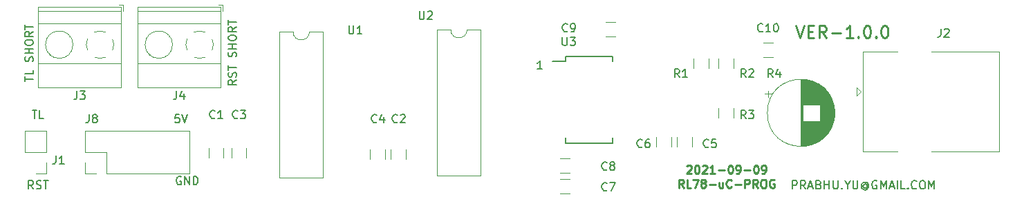
<source format=gbr>
G04 #@! TF.GenerationSoftware,KiCad,Pcbnew,(5.1.10)-1*
G04 #@! TF.CreationDate,2021-09-10T17:11:06+05:30*
G04 #@! TF.ProjectId,RL78-flash-programmer,524c3738-2d66-46c6-9173-682d70726f67,V1.2*
G04 #@! TF.SameCoordinates,Original*
G04 #@! TF.FileFunction,Legend,Top*
G04 #@! TF.FilePolarity,Positive*
%FSLAX46Y46*%
G04 Gerber Fmt 4.6, Leading zero omitted, Abs format (unit mm)*
G04 Created by KiCad (PCBNEW (5.1.10)-1) date 2021-09-10 17:11:06*
%MOMM*%
%LPD*%
G01*
G04 APERTURE LIST*
%ADD10C,0.203200*%
%ADD11C,0.150000*%
%ADD12C,0.275000*%
%ADD13C,0.250000*%
%ADD14C,0.120000*%
G04 APERTURE END LIST*
D10*
X183339619Y-74119619D02*
X183339619Y-73103619D01*
X183726666Y-73103619D01*
X183823428Y-73152000D01*
X183871809Y-73200380D01*
X183920190Y-73297142D01*
X183920190Y-73442285D01*
X183871809Y-73539047D01*
X183823428Y-73587428D01*
X183726666Y-73635809D01*
X183339619Y-73635809D01*
X184936190Y-74119619D02*
X184597523Y-73635809D01*
X184355619Y-74119619D02*
X184355619Y-73103619D01*
X184742666Y-73103619D01*
X184839428Y-73152000D01*
X184887809Y-73200380D01*
X184936190Y-73297142D01*
X184936190Y-73442285D01*
X184887809Y-73539047D01*
X184839428Y-73587428D01*
X184742666Y-73635809D01*
X184355619Y-73635809D01*
X185323238Y-73829333D02*
X185807047Y-73829333D01*
X185226476Y-74119619D02*
X185565142Y-73103619D01*
X185903809Y-74119619D01*
X186581142Y-73587428D02*
X186726285Y-73635809D01*
X186774666Y-73684190D01*
X186823047Y-73780952D01*
X186823047Y-73926095D01*
X186774666Y-74022857D01*
X186726285Y-74071238D01*
X186629523Y-74119619D01*
X186242476Y-74119619D01*
X186242476Y-73103619D01*
X186581142Y-73103619D01*
X186677904Y-73152000D01*
X186726285Y-73200380D01*
X186774666Y-73297142D01*
X186774666Y-73393904D01*
X186726285Y-73490666D01*
X186677904Y-73539047D01*
X186581142Y-73587428D01*
X186242476Y-73587428D01*
X187258476Y-74119619D02*
X187258476Y-73103619D01*
X187258476Y-73587428D02*
X187839047Y-73587428D01*
X187839047Y-74119619D02*
X187839047Y-73103619D01*
X188322857Y-73103619D02*
X188322857Y-73926095D01*
X188371238Y-74022857D01*
X188419619Y-74071238D01*
X188516380Y-74119619D01*
X188709904Y-74119619D01*
X188806666Y-74071238D01*
X188855047Y-74022857D01*
X188903428Y-73926095D01*
X188903428Y-73103619D01*
X189387238Y-74022857D02*
X189435619Y-74071238D01*
X189387238Y-74119619D01*
X189338857Y-74071238D01*
X189387238Y-74022857D01*
X189387238Y-74119619D01*
X190064571Y-73635809D02*
X190064571Y-74119619D01*
X189725904Y-73103619D02*
X190064571Y-73635809D01*
X190403238Y-73103619D01*
X190741904Y-73103619D02*
X190741904Y-73926095D01*
X190790285Y-74022857D01*
X190838666Y-74071238D01*
X190935428Y-74119619D01*
X191128952Y-74119619D01*
X191225714Y-74071238D01*
X191274095Y-74022857D01*
X191322476Y-73926095D01*
X191322476Y-73103619D01*
X192435238Y-73635809D02*
X192386857Y-73587428D01*
X192290095Y-73539047D01*
X192193333Y-73539047D01*
X192096571Y-73587428D01*
X192048190Y-73635809D01*
X191999809Y-73732571D01*
X191999809Y-73829333D01*
X192048190Y-73926095D01*
X192096571Y-73974476D01*
X192193333Y-74022857D01*
X192290095Y-74022857D01*
X192386857Y-73974476D01*
X192435238Y-73926095D01*
X192435238Y-73539047D02*
X192435238Y-73926095D01*
X192483619Y-73974476D01*
X192532000Y-73974476D01*
X192628761Y-73926095D01*
X192677142Y-73829333D01*
X192677142Y-73587428D01*
X192580380Y-73442285D01*
X192435238Y-73345523D01*
X192241714Y-73297142D01*
X192048190Y-73345523D01*
X191903047Y-73442285D01*
X191806285Y-73587428D01*
X191757904Y-73780952D01*
X191806285Y-73974476D01*
X191903047Y-74119619D01*
X192048190Y-74216380D01*
X192241714Y-74264761D01*
X192435238Y-74216380D01*
X192580380Y-74119619D01*
X193644761Y-73152000D02*
X193548000Y-73103619D01*
X193402857Y-73103619D01*
X193257714Y-73152000D01*
X193160952Y-73248761D01*
X193112571Y-73345523D01*
X193064190Y-73539047D01*
X193064190Y-73684190D01*
X193112571Y-73877714D01*
X193160952Y-73974476D01*
X193257714Y-74071238D01*
X193402857Y-74119619D01*
X193499619Y-74119619D01*
X193644761Y-74071238D01*
X193693142Y-74022857D01*
X193693142Y-73684190D01*
X193499619Y-73684190D01*
X194128571Y-74119619D02*
X194128571Y-73103619D01*
X194467238Y-73829333D01*
X194805904Y-73103619D01*
X194805904Y-74119619D01*
X195241333Y-73829333D02*
X195725142Y-73829333D01*
X195144571Y-74119619D02*
X195483238Y-73103619D01*
X195821904Y-74119619D01*
X196160571Y-74119619D02*
X196160571Y-73103619D01*
X197128190Y-74119619D02*
X196644380Y-74119619D01*
X196644380Y-73103619D01*
X197466857Y-74022857D02*
X197515238Y-74071238D01*
X197466857Y-74119619D01*
X197418476Y-74071238D01*
X197466857Y-74022857D01*
X197466857Y-74119619D01*
X198531238Y-74022857D02*
X198482857Y-74071238D01*
X198337714Y-74119619D01*
X198240952Y-74119619D01*
X198095809Y-74071238D01*
X197999047Y-73974476D01*
X197950666Y-73877714D01*
X197902285Y-73684190D01*
X197902285Y-73539047D01*
X197950666Y-73345523D01*
X197999047Y-73248761D01*
X198095809Y-73152000D01*
X198240952Y-73103619D01*
X198337714Y-73103619D01*
X198482857Y-73152000D01*
X198531238Y-73200380D01*
X199160190Y-73103619D02*
X199353714Y-73103619D01*
X199450476Y-73152000D01*
X199547238Y-73248761D01*
X199595619Y-73442285D01*
X199595619Y-73780952D01*
X199547238Y-73974476D01*
X199450476Y-74071238D01*
X199353714Y-74119619D01*
X199160190Y-74119619D01*
X199063428Y-74071238D01*
X198966666Y-73974476D01*
X198918285Y-73780952D01*
X198918285Y-73442285D01*
X198966666Y-73248761D01*
X199063428Y-73152000D01*
X199160190Y-73103619D01*
X200031047Y-74119619D02*
X200031047Y-73103619D01*
X200369714Y-73829333D01*
X200708380Y-73103619D01*
X200708380Y-74119619D01*
D11*
X89368380Y-60880190D02*
X89368380Y-60308761D01*
X90368380Y-60594476D02*
X89368380Y-60594476D01*
X90368380Y-59499238D02*
X90368380Y-59975428D01*
X89368380Y-59975428D01*
X90320761Y-58451619D02*
X90368380Y-58308761D01*
X90368380Y-58070666D01*
X90320761Y-57975428D01*
X90273142Y-57927809D01*
X90177904Y-57880190D01*
X90082666Y-57880190D01*
X89987428Y-57927809D01*
X89939809Y-57975428D01*
X89892190Y-58070666D01*
X89844571Y-58261142D01*
X89796952Y-58356380D01*
X89749333Y-58404000D01*
X89654095Y-58451619D01*
X89558857Y-58451619D01*
X89463619Y-58404000D01*
X89416000Y-58356380D01*
X89368380Y-58261142D01*
X89368380Y-58023047D01*
X89416000Y-57880190D01*
X90368380Y-57451619D02*
X89368380Y-57451619D01*
X89844571Y-57451619D02*
X89844571Y-56880190D01*
X90368380Y-56880190D02*
X89368380Y-56880190D01*
X89368380Y-56213523D02*
X89368380Y-56023047D01*
X89416000Y-55927809D01*
X89511238Y-55832571D01*
X89701714Y-55784952D01*
X90035047Y-55784952D01*
X90225523Y-55832571D01*
X90320761Y-55927809D01*
X90368380Y-56023047D01*
X90368380Y-56213523D01*
X90320761Y-56308761D01*
X90225523Y-56404000D01*
X90035047Y-56451619D01*
X89701714Y-56451619D01*
X89511238Y-56404000D01*
X89416000Y-56308761D01*
X89368380Y-56213523D01*
X90368380Y-54784952D02*
X89892190Y-55118285D01*
X90368380Y-55356380D02*
X89368380Y-55356380D01*
X89368380Y-54975428D01*
X89416000Y-54880190D01*
X89463619Y-54832571D01*
X89558857Y-54784952D01*
X89701714Y-54784952D01*
X89796952Y-54832571D01*
X89844571Y-54880190D01*
X89892190Y-54975428D01*
X89892190Y-55356380D01*
X89368380Y-54499238D02*
X89368380Y-53927809D01*
X90368380Y-54213523D02*
X89368380Y-54213523D01*
X115260380Y-60737333D02*
X114784190Y-61070666D01*
X115260380Y-61308761D02*
X114260380Y-61308761D01*
X114260380Y-60927809D01*
X114308000Y-60832571D01*
X114355619Y-60784952D01*
X114450857Y-60737333D01*
X114593714Y-60737333D01*
X114688952Y-60784952D01*
X114736571Y-60832571D01*
X114784190Y-60927809D01*
X114784190Y-61308761D01*
X115212761Y-60356380D02*
X115260380Y-60213523D01*
X115260380Y-59975428D01*
X115212761Y-59880190D01*
X115165142Y-59832571D01*
X115069904Y-59784952D01*
X114974666Y-59784952D01*
X114879428Y-59832571D01*
X114831809Y-59880190D01*
X114784190Y-59975428D01*
X114736571Y-60165904D01*
X114688952Y-60261142D01*
X114641333Y-60308761D01*
X114546095Y-60356380D01*
X114450857Y-60356380D01*
X114355619Y-60308761D01*
X114308000Y-60261142D01*
X114260380Y-60165904D01*
X114260380Y-59927809D01*
X114308000Y-59784952D01*
X114260380Y-59499238D02*
X114260380Y-58927809D01*
X115260380Y-59213523D02*
X114260380Y-59213523D01*
X115212761Y-57880190D02*
X115260380Y-57737333D01*
X115260380Y-57499238D01*
X115212761Y-57403999D01*
X115165142Y-57356380D01*
X115069904Y-57308761D01*
X114974666Y-57308761D01*
X114879428Y-57356380D01*
X114831809Y-57403999D01*
X114784190Y-57499238D01*
X114736571Y-57689714D01*
X114688952Y-57784952D01*
X114641333Y-57832571D01*
X114546095Y-57880190D01*
X114450857Y-57880190D01*
X114355619Y-57832571D01*
X114308000Y-57784952D01*
X114260380Y-57689714D01*
X114260380Y-57451619D01*
X114308000Y-57308761D01*
X115260380Y-56880190D02*
X114260380Y-56880190D01*
X114736571Y-56880190D02*
X114736571Y-56308761D01*
X115260380Y-56308761D02*
X114260380Y-56308761D01*
X114260380Y-55642095D02*
X114260380Y-55451619D01*
X114308000Y-55356380D01*
X114403238Y-55261142D01*
X114593714Y-55213523D01*
X114927047Y-55213523D01*
X115117523Y-55261142D01*
X115212761Y-55356380D01*
X115260380Y-55451619D01*
X115260380Y-55642095D01*
X115212761Y-55737333D01*
X115117523Y-55832571D01*
X114927047Y-55880190D01*
X114593714Y-55880190D01*
X114403238Y-55832571D01*
X114308000Y-55737333D01*
X114260380Y-55642095D01*
X115260380Y-54213523D02*
X114784190Y-54546857D01*
X115260380Y-54784952D02*
X114260380Y-54784952D01*
X114260380Y-54404000D01*
X114308000Y-54308761D01*
X114355619Y-54261142D01*
X114450857Y-54213523D01*
X114593714Y-54213523D01*
X114688952Y-54261142D01*
X114736571Y-54308761D01*
X114784190Y-54404000D01*
X114784190Y-54784952D01*
X114260380Y-53927809D02*
X114260380Y-53356380D01*
X115260380Y-53642095D02*
X114260380Y-53642095D01*
D12*
X183769714Y-54042571D02*
X184269714Y-55542571D01*
X184769714Y-54042571D01*
X185269714Y-54756857D02*
X185769714Y-54756857D01*
X185984000Y-55542571D02*
X185269714Y-55542571D01*
X185269714Y-54042571D01*
X185984000Y-54042571D01*
X187484000Y-55542571D02*
X186984000Y-54828285D01*
X186626857Y-55542571D02*
X186626857Y-54042571D01*
X187198285Y-54042571D01*
X187341142Y-54114000D01*
X187412571Y-54185428D01*
X187484000Y-54328285D01*
X187484000Y-54542571D01*
X187412571Y-54685428D01*
X187341142Y-54756857D01*
X187198285Y-54828285D01*
X186626857Y-54828285D01*
X188126857Y-54971142D02*
X189269714Y-54971142D01*
X190769714Y-55542571D02*
X189912571Y-55542571D01*
X190341142Y-55542571D02*
X190341142Y-54042571D01*
X190198285Y-54256857D01*
X190055428Y-54399714D01*
X189912571Y-54471142D01*
X191412571Y-55399714D02*
X191484000Y-55471142D01*
X191412571Y-55542571D01*
X191341142Y-55471142D01*
X191412571Y-55399714D01*
X191412571Y-55542571D01*
X192412571Y-54042571D02*
X192555428Y-54042571D01*
X192698285Y-54114000D01*
X192769714Y-54185428D01*
X192841142Y-54328285D01*
X192912571Y-54614000D01*
X192912571Y-54971142D01*
X192841142Y-55256857D01*
X192769714Y-55399714D01*
X192698285Y-55471142D01*
X192555428Y-55542571D01*
X192412571Y-55542571D01*
X192269714Y-55471142D01*
X192198285Y-55399714D01*
X192126857Y-55256857D01*
X192055428Y-54971142D01*
X192055428Y-54614000D01*
X192126857Y-54328285D01*
X192198285Y-54185428D01*
X192269714Y-54114000D01*
X192412571Y-54042571D01*
X193555428Y-55399714D02*
X193626857Y-55471142D01*
X193555428Y-55542571D01*
X193484000Y-55471142D01*
X193555428Y-55399714D01*
X193555428Y-55542571D01*
X194555428Y-54042571D02*
X194698285Y-54042571D01*
X194841142Y-54114000D01*
X194912571Y-54185428D01*
X194984000Y-54328285D01*
X195055428Y-54614000D01*
X195055428Y-54971142D01*
X194984000Y-55256857D01*
X194912571Y-55399714D01*
X194841142Y-55471142D01*
X194698285Y-55542571D01*
X194555428Y-55542571D01*
X194412571Y-55471142D01*
X194341142Y-55399714D01*
X194269714Y-55256857D01*
X194198285Y-54971142D01*
X194198285Y-54614000D01*
X194269714Y-54328285D01*
X194341142Y-54185428D01*
X194412571Y-54114000D01*
X194555428Y-54042571D01*
D13*
X170402857Y-71316619D02*
X170450476Y-71269000D01*
X170545714Y-71221380D01*
X170783809Y-71221380D01*
X170879047Y-71269000D01*
X170926666Y-71316619D01*
X170974285Y-71411857D01*
X170974285Y-71507095D01*
X170926666Y-71649952D01*
X170355238Y-72221380D01*
X170974285Y-72221380D01*
X171593333Y-71221380D02*
X171688571Y-71221380D01*
X171783809Y-71269000D01*
X171831428Y-71316619D01*
X171879047Y-71411857D01*
X171926666Y-71602333D01*
X171926666Y-71840428D01*
X171879047Y-72030904D01*
X171831428Y-72126142D01*
X171783809Y-72173761D01*
X171688571Y-72221380D01*
X171593333Y-72221380D01*
X171498095Y-72173761D01*
X171450476Y-72126142D01*
X171402857Y-72030904D01*
X171355238Y-71840428D01*
X171355238Y-71602333D01*
X171402857Y-71411857D01*
X171450476Y-71316619D01*
X171498095Y-71269000D01*
X171593333Y-71221380D01*
X172307619Y-71316619D02*
X172355238Y-71269000D01*
X172450476Y-71221380D01*
X172688571Y-71221380D01*
X172783809Y-71269000D01*
X172831428Y-71316619D01*
X172879047Y-71411857D01*
X172879047Y-71507095D01*
X172831428Y-71649952D01*
X172260000Y-72221380D01*
X172879047Y-72221380D01*
X173831428Y-72221380D02*
X173260000Y-72221380D01*
X173545714Y-72221380D02*
X173545714Y-71221380D01*
X173450476Y-71364238D01*
X173355238Y-71459476D01*
X173260000Y-71507095D01*
X174260000Y-71840428D02*
X175021904Y-71840428D01*
X175688571Y-71221380D02*
X175783809Y-71221380D01*
X175879047Y-71269000D01*
X175926666Y-71316619D01*
X175974285Y-71411857D01*
X176021904Y-71602333D01*
X176021904Y-71840428D01*
X175974285Y-72030904D01*
X175926666Y-72126142D01*
X175879047Y-72173761D01*
X175783809Y-72221380D01*
X175688571Y-72221380D01*
X175593333Y-72173761D01*
X175545714Y-72126142D01*
X175498095Y-72030904D01*
X175450476Y-71840428D01*
X175450476Y-71602333D01*
X175498095Y-71411857D01*
X175545714Y-71316619D01*
X175593333Y-71269000D01*
X175688571Y-71221380D01*
X176498095Y-72221380D02*
X176688571Y-72221380D01*
X176783809Y-72173761D01*
X176831428Y-72126142D01*
X176926666Y-71983285D01*
X176974285Y-71792809D01*
X176974285Y-71411857D01*
X176926666Y-71316619D01*
X176879047Y-71269000D01*
X176783809Y-71221380D01*
X176593333Y-71221380D01*
X176498095Y-71269000D01*
X176450476Y-71316619D01*
X176402857Y-71411857D01*
X176402857Y-71649952D01*
X176450476Y-71745190D01*
X176498095Y-71792809D01*
X176593333Y-71840428D01*
X176783809Y-71840428D01*
X176879047Y-71792809D01*
X176926666Y-71745190D01*
X176974285Y-71649952D01*
X177402857Y-71840428D02*
X178164761Y-71840428D01*
X178831428Y-71221380D02*
X178926666Y-71221380D01*
X179021904Y-71269000D01*
X179069523Y-71316619D01*
X179117142Y-71411857D01*
X179164761Y-71602333D01*
X179164761Y-71840428D01*
X179117142Y-72030904D01*
X179069523Y-72126142D01*
X179021904Y-72173761D01*
X178926666Y-72221380D01*
X178831428Y-72221380D01*
X178736190Y-72173761D01*
X178688571Y-72126142D01*
X178640952Y-72030904D01*
X178593333Y-71840428D01*
X178593333Y-71602333D01*
X178640952Y-71411857D01*
X178688571Y-71316619D01*
X178736190Y-71269000D01*
X178831428Y-71221380D01*
X179640952Y-72221380D02*
X179831428Y-72221380D01*
X179926666Y-72173761D01*
X179974285Y-72126142D01*
X180069523Y-71983285D01*
X180117142Y-71792809D01*
X180117142Y-71411857D01*
X180069523Y-71316619D01*
X180021904Y-71269000D01*
X179926666Y-71221380D01*
X179736190Y-71221380D01*
X179640952Y-71269000D01*
X179593333Y-71316619D01*
X179545714Y-71411857D01*
X179545714Y-71649952D01*
X179593333Y-71745190D01*
X179640952Y-71792809D01*
X179736190Y-71840428D01*
X179926666Y-71840428D01*
X180021904Y-71792809D01*
X180069523Y-71745190D01*
X180117142Y-71649952D01*
X169998095Y-73971380D02*
X169664761Y-73495190D01*
X169426666Y-73971380D02*
X169426666Y-72971380D01*
X169807619Y-72971380D01*
X169902857Y-73019000D01*
X169950476Y-73066619D01*
X169998095Y-73161857D01*
X169998095Y-73304714D01*
X169950476Y-73399952D01*
X169902857Y-73447571D01*
X169807619Y-73495190D01*
X169426666Y-73495190D01*
X170902857Y-73971380D02*
X170426666Y-73971380D01*
X170426666Y-72971380D01*
X171140952Y-72971380D02*
X171807619Y-72971380D01*
X171379047Y-73971380D01*
X172331428Y-73399952D02*
X172236190Y-73352333D01*
X172188571Y-73304714D01*
X172140952Y-73209476D01*
X172140952Y-73161857D01*
X172188571Y-73066619D01*
X172236190Y-73019000D01*
X172331428Y-72971380D01*
X172521904Y-72971380D01*
X172617142Y-73019000D01*
X172664761Y-73066619D01*
X172712380Y-73161857D01*
X172712380Y-73209476D01*
X172664761Y-73304714D01*
X172617142Y-73352333D01*
X172521904Y-73399952D01*
X172331428Y-73399952D01*
X172236190Y-73447571D01*
X172188571Y-73495190D01*
X172140952Y-73590428D01*
X172140952Y-73780904D01*
X172188571Y-73876142D01*
X172236190Y-73923761D01*
X172331428Y-73971380D01*
X172521904Y-73971380D01*
X172617142Y-73923761D01*
X172664761Y-73876142D01*
X172712380Y-73780904D01*
X172712380Y-73590428D01*
X172664761Y-73495190D01*
X172617142Y-73447571D01*
X172521904Y-73399952D01*
X173140952Y-73590428D02*
X173902857Y-73590428D01*
X174807619Y-73304714D02*
X174807619Y-73971380D01*
X174379047Y-73304714D02*
X174379047Y-73828523D01*
X174426666Y-73923761D01*
X174521904Y-73971380D01*
X174664761Y-73971380D01*
X174760000Y-73923761D01*
X174807619Y-73876142D01*
X175855238Y-73876142D02*
X175807619Y-73923761D01*
X175664761Y-73971380D01*
X175569523Y-73971380D01*
X175426666Y-73923761D01*
X175331428Y-73828523D01*
X175283809Y-73733285D01*
X175236190Y-73542809D01*
X175236190Y-73399952D01*
X175283809Y-73209476D01*
X175331428Y-73114238D01*
X175426666Y-73019000D01*
X175569523Y-72971380D01*
X175664761Y-72971380D01*
X175807619Y-73019000D01*
X175855238Y-73066619D01*
X176283809Y-73590428D02*
X177045714Y-73590428D01*
X177521904Y-73971380D02*
X177521904Y-72971380D01*
X177902857Y-72971380D01*
X177998095Y-73019000D01*
X178045714Y-73066619D01*
X178093333Y-73161857D01*
X178093333Y-73304714D01*
X178045714Y-73399952D01*
X177998095Y-73447571D01*
X177902857Y-73495190D01*
X177521904Y-73495190D01*
X179093333Y-73971380D02*
X178760000Y-73495190D01*
X178521904Y-73971380D02*
X178521904Y-72971380D01*
X178902857Y-72971380D01*
X178998095Y-73019000D01*
X179045714Y-73066619D01*
X179093333Y-73161857D01*
X179093333Y-73304714D01*
X179045714Y-73399952D01*
X178998095Y-73447571D01*
X178902857Y-73495190D01*
X178521904Y-73495190D01*
X179712380Y-72971380D02*
X179902857Y-72971380D01*
X179998095Y-73019000D01*
X180093333Y-73114238D01*
X180140952Y-73304714D01*
X180140952Y-73638047D01*
X180093333Y-73828523D01*
X179998095Y-73923761D01*
X179902857Y-73971380D01*
X179712380Y-73971380D01*
X179617142Y-73923761D01*
X179521904Y-73828523D01*
X179474285Y-73638047D01*
X179474285Y-73304714D01*
X179521904Y-73114238D01*
X179617142Y-73019000D01*
X179712380Y-72971380D01*
X181093333Y-73019000D02*
X180998095Y-72971380D01*
X180855238Y-72971380D01*
X180712380Y-73019000D01*
X180617142Y-73114238D01*
X180569523Y-73209476D01*
X180521904Y-73399952D01*
X180521904Y-73542809D01*
X180569523Y-73733285D01*
X180617142Y-73828523D01*
X180712380Y-73923761D01*
X180855238Y-73971380D01*
X180950476Y-73971380D01*
X181093333Y-73923761D01*
X181140952Y-73876142D01*
X181140952Y-73542809D01*
X180950476Y-73542809D01*
D11*
X152685714Y-59380380D02*
X152114285Y-59380380D01*
X152400000Y-59380380D02*
X152400000Y-58380380D01*
X152304761Y-58523238D01*
X152209523Y-58618476D01*
X152114285Y-58666095D01*
X90384380Y-74112380D02*
X90051047Y-73636190D01*
X89812952Y-74112380D02*
X89812952Y-73112380D01*
X90193904Y-73112380D01*
X90289142Y-73160000D01*
X90336761Y-73207619D01*
X90384380Y-73302857D01*
X90384380Y-73445714D01*
X90336761Y-73540952D01*
X90289142Y-73588571D01*
X90193904Y-73636190D01*
X89812952Y-73636190D01*
X90765333Y-74064761D02*
X90908190Y-74112380D01*
X91146285Y-74112380D01*
X91241523Y-74064761D01*
X91289142Y-74017142D01*
X91336761Y-73921904D01*
X91336761Y-73826666D01*
X91289142Y-73731428D01*
X91241523Y-73683809D01*
X91146285Y-73636190D01*
X90955809Y-73588571D01*
X90860571Y-73540952D01*
X90812952Y-73493333D01*
X90765333Y-73398095D01*
X90765333Y-73302857D01*
X90812952Y-73207619D01*
X90860571Y-73160000D01*
X90955809Y-73112380D01*
X91193904Y-73112380D01*
X91336761Y-73160000D01*
X91622476Y-73112380D02*
X92193904Y-73112380D01*
X91908190Y-74112380D02*
X91908190Y-73112380D01*
X90241523Y-64476380D02*
X90812952Y-64476380D01*
X90527238Y-65476380D02*
X90527238Y-64476380D01*
X91622476Y-65476380D02*
X91146285Y-65476380D01*
X91146285Y-64476380D01*
X108267523Y-64984380D02*
X107791333Y-64984380D01*
X107743714Y-65460571D01*
X107791333Y-65412952D01*
X107886571Y-65365333D01*
X108124666Y-65365333D01*
X108219904Y-65412952D01*
X108267523Y-65460571D01*
X108315142Y-65555809D01*
X108315142Y-65793904D01*
X108267523Y-65889142D01*
X108219904Y-65936761D01*
X108124666Y-65984380D01*
X107886571Y-65984380D01*
X107791333Y-65936761D01*
X107743714Y-65889142D01*
X108600857Y-64984380D02*
X108934190Y-65984380D01*
X109267523Y-64984380D01*
X108458095Y-72652000D02*
X108362857Y-72604380D01*
X108220000Y-72604380D01*
X108077142Y-72652000D01*
X107981904Y-72747238D01*
X107934285Y-72842476D01*
X107886666Y-73032952D01*
X107886666Y-73175809D01*
X107934285Y-73366285D01*
X107981904Y-73461523D01*
X108077142Y-73556761D01*
X108220000Y-73604380D01*
X108315238Y-73604380D01*
X108458095Y-73556761D01*
X108505714Y-73509142D01*
X108505714Y-73175809D01*
X108315238Y-73175809D01*
X108934285Y-73604380D02*
X108934285Y-72604380D01*
X109505714Y-73604380D01*
X109505714Y-72604380D01*
X109981904Y-73604380D02*
X109981904Y-72604380D01*
X110220000Y-72604380D01*
X110362857Y-72652000D01*
X110458095Y-72747238D01*
X110505714Y-72842476D01*
X110553333Y-73032952D01*
X110553333Y-73175809D01*
X110505714Y-73366285D01*
X110458095Y-73461523D01*
X110362857Y-73556761D01*
X110220000Y-73604380D01*
X109981904Y-73604380D01*
D14*
X96714000Y-72196000D02*
X96714000Y-70866000D01*
X98044000Y-72196000D02*
X96714000Y-72196000D01*
X96714000Y-69596000D02*
X96714000Y-66996000D01*
X99314000Y-69596000D02*
X96714000Y-69596000D01*
X99314000Y-72196000D02*
X99314000Y-69596000D01*
X96714000Y-66996000D02*
X109534000Y-66996000D01*
X99314000Y-72196000D02*
X109534000Y-72196000D01*
X109534000Y-72196000D02*
X109534000Y-66996000D01*
X92008000Y-72196000D02*
X90678000Y-72196000D01*
X92008000Y-70866000D02*
X92008000Y-72196000D01*
X92008000Y-69596000D02*
X89348000Y-69596000D01*
X89348000Y-69596000D02*
X89348000Y-66996000D01*
X92008000Y-69596000D02*
X92008000Y-66996000D01*
X92008000Y-66996000D02*
X89348000Y-66996000D01*
X122190000Y-54804000D02*
X120540000Y-54804000D01*
X120540000Y-54804000D02*
X120540000Y-72704000D01*
X120540000Y-72704000D02*
X125840000Y-72704000D01*
X125840000Y-72704000D02*
X125840000Y-54804000D01*
X125840000Y-54804000D02*
X124190000Y-54804000D01*
X124190000Y-54804000D02*
G75*
G02*
X122190000Y-54804000I-1000000J0D01*
G01*
X145144000Y-54550000D02*
X143494000Y-54550000D01*
X145144000Y-72450000D02*
X145144000Y-54550000D01*
X139844000Y-72450000D02*
X145144000Y-72450000D01*
X139844000Y-54550000D02*
X139844000Y-72450000D01*
X141494000Y-54550000D02*
X139844000Y-54550000D01*
X143494000Y-54550000D02*
G75*
G02*
X141494000Y-54550000I-1000000J0D01*
G01*
X180374302Y-62055000D02*
X180374302Y-62855000D01*
X179974302Y-62455000D02*
X180774302Y-62455000D01*
X188465000Y-64237000D02*
X188465000Y-65303000D01*
X188425000Y-64002000D02*
X188425000Y-65538000D01*
X188385000Y-63822000D02*
X188385000Y-65718000D01*
X188345000Y-63672000D02*
X188345000Y-65868000D01*
X188305000Y-63541000D02*
X188305000Y-65999000D01*
X188265000Y-63424000D02*
X188265000Y-66116000D01*
X188225000Y-63317000D02*
X188225000Y-66223000D01*
X188185000Y-63218000D02*
X188185000Y-66322000D01*
X188145000Y-63125000D02*
X188145000Y-66415000D01*
X188105000Y-63039000D02*
X188105000Y-66501000D01*
X188065000Y-62957000D02*
X188065000Y-66583000D01*
X188025000Y-62880000D02*
X188025000Y-66660000D01*
X187985000Y-62806000D02*
X187985000Y-66734000D01*
X187945000Y-62736000D02*
X187945000Y-66804000D01*
X187905000Y-62668000D02*
X187905000Y-66872000D01*
X187865000Y-62604000D02*
X187865000Y-66936000D01*
X187825000Y-62542000D02*
X187825000Y-66998000D01*
X187785000Y-62483000D02*
X187785000Y-67057000D01*
X187745000Y-62425000D02*
X187745000Y-67115000D01*
X187705000Y-62370000D02*
X187705000Y-67170000D01*
X187665000Y-62316000D02*
X187665000Y-67224000D01*
X187625000Y-62265000D02*
X187625000Y-67275000D01*
X187585000Y-62214000D02*
X187585000Y-67326000D01*
X187545000Y-62166000D02*
X187545000Y-67374000D01*
X187505000Y-62119000D02*
X187505000Y-67421000D01*
X187465000Y-62073000D02*
X187465000Y-67467000D01*
X187425000Y-62029000D02*
X187425000Y-67511000D01*
X187385000Y-61986000D02*
X187385000Y-67554000D01*
X187345000Y-61944000D02*
X187345000Y-67596000D01*
X187305000Y-61903000D02*
X187305000Y-67637000D01*
X187265000Y-61863000D02*
X187265000Y-67677000D01*
X187225000Y-61825000D02*
X187225000Y-67715000D01*
X187185000Y-61787000D02*
X187185000Y-67753000D01*
X187145000Y-61751000D02*
X187145000Y-67789000D01*
X187105000Y-61715000D02*
X187105000Y-67825000D01*
X187065000Y-61680000D02*
X187065000Y-67860000D01*
X187025000Y-61646000D02*
X187025000Y-67894000D01*
X186985000Y-61614000D02*
X186985000Y-67926000D01*
X186945000Y-61581000D02*
X186945000Y-67959000D01*
X186905000Y-61550000D02*
X186905000Y-67990000D01*
X186865000Y-61520000D02*
X186865000Y-68020000D01*
X186825000Y-61490000D02*
X186825000Y-68050000D01*
X186785000Y-61461000D02*
X186785000Y-68079000D01*
X186745000Y-61432000D02*
X186745000Y-68108000D01*
X186705000Y-61405000D02*
X186705000Y-68135000D01*
X186665000Y-65810000D02*
X186665000Y-68162000D01*
X186665000Y-61378000D02*
X186665000Y-63730000D01*
X186625000Y-65810000D02*
X186625000Y-68188000D01*
X186625000Y-61352000D02*
X186625000Y-63730000D01*
X186585000Y-65810000D02*
X186585000Y-68214000D01*
X186585000Y-61326000D02*
X186585000Y-63730000D01*
X186545000Y-65810000D02*
X186545000Y-68239000D01*
X186545000Y-61301000D02*
X186545000Y-63730000D01*
X186505000Y-65810000D02*
X186505000Y-68263000D01*
X186505000Y-61277000D02*
X186505000Y-63730000D01*
X186465000Y-65810000D02*
X186465000Y-68287000D01*
X186465000Y-61253000D02*
X186465000Y-63730000D01*
X186425000Y-65810000D02*
X186425000Y-68310000D01*
X186425000Y-61230000D02*
X186425000Y-63730000D01*
X186385000Y-65810000D02*
X186385000Y-68332000D01*
X186385000Y-61208000D02*
X186385000Y-63730000D01*
X186345000Y-65810000D02*
X186345000Y-68354000D01*
X186345000Y-61186000D02*
X186345000Y-63730000D01*
X186305000Y-65810000D02*
X186305000Y-68376000D01*
X186305000Y-61164000D02*
X186305000Y-63730000D01*
X186265000Y-65810000D02*
X186265000Y-68397000D01*
X186265000Y-61143000D02*
X186265000Y-63730000D01*
X186225000Y-65810000D02*
X186225000Y-68417000D01*
X186225000Y-61123000D02*
X186225000Y-63730000D01*
X186185000Y-65810000D02*
X186185000Y-68436000D01*
X186185000Y-61104000D02*
X186185000Y-63730000D01*
X186145000Y-65810000D02*
X186145000Y-68456000D01*
X186145000Y-61084000D02*
X186145000Y-63730000D01*
X186105000Y-65810000D02*
X186105000Y-68474000D01*
X186105000Y-61066000D02*
X186105000Y-63730000D01*
X186065000Y-65810000D02*
X186065000Y-68492000D01*
X186065000Y-61048000D02*
X186065000Y-63730000D01*
X186025000Y-65810000D02*
X186025000Y-68510000D01*
X186025000Y-61030000D02*
X186025000Y-63730000D01*
X185985000Y-65810000D02*
X185985000Y-68527000D01*
X185985000Y-61013000D02*
X185985000Y-63730000D01*
X185945000Y-65810000D02*
X185945000Y-68544000D01*
X185945000Y-60996000D02*
X185945000Y-63730000D01*
X185905000Y-65810000D02*
X185905000Y-68560000D01*
X185905000Y-60980000D02*
X185905000Y-63730000D01*
X185865000Y-65810000D02*
X185865000Y-68575000D01*
X185865000Y-60965000D02*
X185865000Y-63730000D01*
X185825000Y-65810000D02*
X185825000Y-68591000D01*
X185825000Y-60949000D02*
X185825000Y-63730000D01*
X185785000Y-65810000D02*
X185785000Y-68605000D01*
X185785000Y-60935000D02*
X185785000Y-63730000D01*
X185745000Y-65810000D02*
X185745000Y-68620000D01*
X185745000Y-60920000D02*
X185745000Y-63730000D01*
X185705000Y-65810000D02*
X185705000Y-68633000D01*
X185705000Y-60907000D02*
X185705000Y-63730000D01*
X185665000Y-65810000D02*
X185665000Y-68647000D01*
X185665000Y-60893000D02*
X185665000Y-63730000D01*
X185625000Y-65810000D02*
X185625000Y-68659000D01*
X185625000Y-60881000D02*
X185625000Y-63730000D01*
X185585000Y-65810000D02*
X185585000Y-68672000D01*
X185585000Y-60868000D02*
X185585000Y-63730000D01*
X185545000Y-65810000D02*
X185545000Y-68684000D01*
X185545000Y-60856000D02*
X185545000Y-63730000D01*
X185505000Y-65810000D02*
X185505000Y-68695000D01*
X185505000Y-60845000D02*
X185505000Y-63730000D01*
X185465000Y-65810000D02*
X185465000Y-68706000D01*
X185465000Y-60834000D02*
X185465000Y-63730000D01*
X185425000Y-65810000D02*
X185425000Y-68717000D01*
X185425000Y-60823000D02*
X185425000Y-63730000D01*
X185385000Y-65810000D02*
X185385000Y-68727000D01*
X185385000Y-60813000D02*
X185385000Y-63730000D01*
X185345000Y-65810000D02*
X185345000Y-68737000D01*
X185345000Y-60803000D02*
X185345000Y-63730000D01*
X185305000Y-65810000D02*
X185305000Y-68746000D01*
X185305000Y-60794000D02*
X185305000Y-63730000D01*
X185265000Y-65810000D02*
X185265000Y-68755000D01*
X185265000Y-60785000D02*
X185265000Y-63730000D01*
X185225000Y-65810000D02*
X185225000Y-68764000D01*
X185225000Y-60776000D02*
X185225000Y-63730000D01*
X185185000Y-65810000D02*
X185185000Y-68772000D01*
X185185000Y-60768000D02*
X185185000Y-63730000D01*
X185145000Y-65810000D02*
X185145000Y-68780000D01*
X185145000Y-60760000D02*
X185145000Y-63730000D01*
X185105000Y-65810000D02*
X185105000Y-68787000D01*
X185105000Y-60753000D02*
X185105000Y-63730000D01*
X185064000Y-65810000D02*
X185064000Y-68794000D01*
X185064000Y-60746000D02*
X185064000Y-63730000D01*
X185024000Y-65810000D02*
X185024000Y-68800000D01*
X185024000Y-60740000D02*
X185024000Y-63730000D01*
X184984000Y-65810000D02*
X184984000Y-68807000D01*
X184984000Y-60733000D02*
X184984000Y-63730000D01*
X184944000Y-65810000D02*
X184944000Y-68812000D01*
X184944000Y-60728000D02*
X184944000Y-63730000D01*
X184904000Y-65810000D02*
X184904000Y-68818000D01*
X184904000Y-60722000D02*
X184904000Y-63730000D01*
X184864000Y-65810000D02*
X184864000Y-68822000D01*
X184864000Y-60718000D02*
X184864000Y-63730000D01*
X184824000Y-65810000D02*
X184824000Y-68827000D01*
X184824000Y-60713000D02*
X184824000Y-63730000D01*
X184784000Y-65810000D02*
X184784000Y-68831000D01*
X184784000Y-60709000D02*
X184784000Y-63730000D01*
X184744000Y-65810000D02*
X184744000Y-68835000D01*
X184744000Y-60705000D02*
X184744000Y-63730000D01*
X184704000Y-65810000D02*
X184704000Y-68838000D01*
X184704000Y-60702000D02*
X184704000Y-63730000D01*
X184664000Y-65810000D02*
X184664000Y-68841000D01*
X184664000Y-60699000D02*
X184664000Y-63730000D01*
X184624000Y-65810000D02*
X184624000Y-68844000D01*
X184624000Y-60696000D02*
X184624000Y-63730000D01*
X184584000Y-60694000D02*
X184584000Y-68846000D01*
X184544000Y-60693000D02*
X184544000Y-68847000D01*
X184504000Y-60691000D02*
X184504000Y-68849000D01*
X184464000Y-60690000D02*
X184464000Y-68850000D01*
X184424000Y-60690000D02*
X184424000Y-68850000D01*
X184384000Y-60690000D02*
X184384000Y-68850000D01*
X188504000Y-64770000D02*
G75*
G03*
X188504000Y-64770000I-4120000J0D01*
G01*
X111866000Y-69117936D02*
X111866000Y-70322064D01*
X113686000Y-69117936D02*
X113686000Y-70322064D01*
X134141800Y-69270336D02*
X134141800Y-70474464D01*
X135961800Y-69270336D02*
X135961800Y-70474464D01*
X116480000Y-69117936D02*
X116480000Y-70322064D01*
X114660000Y-69117936D02*
X114660000Y-70322064D01*
X131601800Y-69270336D02*
X131601800Y-70474464D01*
X133421800Y-69270336D02*
X133421800Y-70474464D01*
X169193800Y-68950464D02*
X169193800Y-67746336D01*
X171013800Y-68950464D02*
X171013800Y-67746336D01*
X168473800Y-68950464D02*
X168473800Y-67746336D01*
X166653800Y-68950464D02*
X166653800Y-67746336D01*
X156097864Y-74722400D02*
X154893736Y-74722400D01*
X156097864Y-72902400D02*
X154893736Y-72902400D01*
X156097864Y-70362400D02*
X154893736Y-70362400D01*
X156097864Y-72182400D02*
X154893736Y-72182400D01*
X160481736Y-53598400D02*
X161685864Y-53598400D01*
X160481736Y-55418400D02*
X161685864Y-55418400D01*
X173045800Y-58094336D02*
X173045800Y-59298464D01*
X171225800Y-58094336D02*
X171225800Y-59298464D01*
X174273800Y-58094336D02*
X174273800Y-59298464D01*
X176093800Y-58094336D02*
X176093800Y-59298464D01*
X176093800Y-64190336D02*
X176093800Y-65394464D01*
X174273800Y-64190336D02*
X174273800Y-65394464D01*
X179785736Y-57958400D02*
X180989864Y-57958400D01*
X179785736Y-56138400D02*
X180989864Y-56138400D01*
X191228000Y-62628400D02*
X191728000Y-62128400D01*
X191228000Y-61628400D02*
X191228000Y-62628400D01*
X191728000Y-62128400D02*
X191228000Y-61628400D01*
X208668000Y-69538400D02*
X200308000Y-69538400D01*
X208668000Y-57218400D02*
X208668000Y-69538400D01*
X200308000Y-57218400D02*
X208668000Y-57218400D01*
X191948000Y-69538400D02*
X196208000Y-69538400D01*
X191948000Y-57218400D02*
X191948000Y-69538400D01*
X196208000Y-57218400D02*
X191948000Y-57218400D01*
D11*
X155588800Y-58394400D02*
X153988800Y-58394400D01*
X155588800Y-68469400D02*
X161338800Y-68469400D01*
X155588800Y-57819400D02*
X161338800Y-57819400D01*
X155588800Y-68469400D02*
X155588800Y-67819400D01*
X161338800Y-68469400D02*
X161338800Y-67819400D01*
X161338800Y-57819400D02*
X161338800Y-58469400D01*
X155588800Y-57819400D02*
X155588800Y-58394400D01*
D14*
X101352000Y-51488000D02*
X100852000Y-51488000D01*
X101352000Y-52228000D02*
X101352000Y-51488000D01*
X94779000Y-55365000D02*
X94826000Y-55319000D01*
X92482000Y-57663000D02*
X92517000Y-57627000D01*
X94586000Y-55149000D02*
X94621000Y-55114000D01*
X92277000Y-57457000D02*
X92324000Y-57411000D01*
X90992000Y-61649000D02*
X90992000Y-51728000D01*
X101112000Y-61649000D02*
X101112000Y-51728000D01*
X101112000Y-51728000D02*
X90992000Y-51728000D01*
X101112000Y-61649000D02*
X90992000Y-61649000D01*
X101112000Y-58689000D02*
X90992000Y-58689000D01*
X101112000Y-53788000D02*
X90992000Y-53788000D01*
X101112000Y-52288000D02*
X90992000Y-52288000D01*
X95232000Y-56388000D02*
G75*
G03*
X95232000Y-56388000I-1680000J0D01*
G01*
X97868682Y-54853244D02*
G75*
G02*
X98552000Y-54708000I683318J-1534756D01*
G01*
X97016574Y-57071042D02*
G75*
G02*
X97017000Y-55704000I1535426J683042D01*
G01*
X99235042Y-57923426D02*
G75*
G02*
X97868000Y-57923000I-683042J1535426D01*
G01*
X100087426Y-55704958D02*
G75*
G02*
X100087000Y-57072000I-1535426J-683042D01*
G01*
X98523195Y-54707747D02*
G75*
G02*
X99236000Y-54853000I28805J-1680253D01*
G01*
X107424000Y-56388000D02*
G75*
G03*
X107424000Y-56388000I-1680000J0D01*
G01*
X113304000Y-52288000D02*
X103184000Y-52288000D01*
X113304000Y-53788000D02*
X103184000Y-53788000D01*
X113304000Y-58689000D02*
X103184000Y-58689000D01*
X113304000Y-61649000D02*
X103184000Y-61649000D01*
X113304000Y-51728000D02*
X103184000Y-51728000D01*
X113304000Y-61649000D02*
X113304000Y-51728000D01*
X103184000Y-61649000D02*
X103184000Y-51728000D01*
X104469000Y-57457000D02*
X104516000Y-57411000D01*
X106778000Y-55149000D02*
X106813000Y-55114000D01*
X104674000Y-57663000D02*
X104709000Y-57627000D01*
X106971000Y-55365000D02*
X107018000Y-55319000D01*
X113544000Y-52228000D02*
X113544000Y-51488000D01*
X113544000Y-51488000D02*
X113044000Y-51488000D01*
X110715195Y-54707747D02*
G75*
G02*
X111428000Y-54853000I28805J-1680253D01*
G01*
X112279426Y-55704958D02*
G75*
G02*
X112279000Y-57072000I-1535426J-683042D01*
G01*
X111427042Y-57923426D02*
G75*
G02*
X110060000Y-57923000I-683042J1535426D01*
G01*
X109208574Y-57071042D02*
G75*
G02*
X109209000Y-55704000I1535426J683042D01*
G01*
X110060682Y-54853244D02*
G75*
G02*
X110744000Y-54708000I683318J-1534756D01*
G01*
D11*
X97202666Y-64984380D02*
X97202666Y-65698666D01*
X97155047Y-65841523D01*
X97059809Y-65936761D01*
X96916952Y-65984380D01*
X96821714Y-65984380D01*
X97821714Y-65412952D02*
X97726476Y-65365333D01*
X97678857Y-65317714D01*
X97631238Y-65222476D01*
X97631238Y-65174857D01*
X97678857Y-65079619D01*
X97726476Y-65032000D01*
X97821714Y-64984380D01*
X98012190Y-64984380D01*
X98107428Y-65032000D01*
X98155047Y-65079619D01*
X98202666Y-65174857D01*
X98202666Y-65222476D01*
X98155047Y-65317714D01*
X98107428Y-65365333D01*
X98012190Y-65412952D01*
X97821714Y-65412952D01*
X97726476Y-65460571D01*
X97678857Y-65508190D01*
X97631238Y-65603428D01*
X97631238Y-65793904D01*
X97678857Y-65889142D01*
X97726476Y-65936761D01*
X97821714Y-65984380D01*
X98012190Y-65984380D01*
X98107428Y-65936761D01*
X98155047Y-65889142D01*
X98202666Y-65793904D01*
X98202666Y-65603428D01*
X98155047Y-65508190D01*
X98107428Y-65460571D01*
X98012190Y-65412952D01*
X93138666Y-70064380D02*
X93138666Y-70778666D01*
X93091047Y-70921523D01*
X92995809Y-71016761D01*
X92852952Y-71064380D01*
X92757714Y-71064380D01*
X94138666Y-71064380D02*
X93567238Y-71064380D01*
X93852952Y-71064380D02*
X93852952Y-70064380D01*
X93757714Y-70207238D01*
X93662476Y-70302476D01*
X93567238Y-70350095D01*
X129032095Y-54062380D02*
X129032095Y-54871904D01*
X129079714Y-54967142D01*
X129127333Y-55014761D01*
X129222571Y-55062380D01*
X129413047Y-55062380D01*
X129508285Y-55014761D01*
X129555904Y-54967142D01*
X129603523Y-54871904D01*
X129603523Y-54062380D01*
X130603523Y-55062380D02*
X130032095Y-55062380D01*
X130317809Y-55062380D02*
X130317809Y-54062380D01*
X130222571Y-54205238D01*
X130127333Y-54300476D01*
X130032095Y-54348095D01*
X137668095Y-52284380D02*
X137668095Y-53093904D01*
X137715714Y-53189142D01*
X137763333Y-53236761D01*
X137858571Y-53284380D01*
X138049047Y-53284380D01*
X138144285Y-53236761D01*
X138191904Y-53189142D01*
X138239523Y-53093904D01*
X138239523Y-52284380D01*
X138668095Y-52379619D02*
X138715714Y-52332000D01*
X138810952Y-52284380D01*
X139049047Y-52284380D01*
X139144285Y-52332000D01*
X139191904Y-52379619D01*
X139239523Y-52474857D01*
X139239523Y-52570095D01*
X139191904Y-52712952D01*
X138620476Y-53284380D01*
X139239523Y-53284380D01*
X179697142Y-54713142D02*
X179649523Y-54760761D01*
X179506666Y-54808380D01*
X179411428Y-54808380D01*
X179268571Y-54760761D01*
X179173333Y-54665523D01*
X179125714Y-54570285D01*
X179078095Y-54379809D01*
X179078095Y-54236952D01*
X179125714Y-54046476D01*
X179173333Y-53951238D01*
X179268571Y-53856000D01*
X179411428Y-53808380D01*
X179506666Y-53808380D01*
X179649523Y-53856000D01*
X179697142Y-53903619D01*
X180649523Y-54808380D02*
X180078095Y-54808380D01*
X180363809Y-54808380D02*
X180363809Y-53808380D01*
X180268571Y-53951238D01*
X180173333Y-54046476D01*
X180078095Y-54094095D01*
X181268571Y-53808380D02*
X181363809Y-53808380D01*
X181459047Y-53856000D01*
X181506666Y-53903619D01*
X181554285Y-53998857D01*
X181601904Y-54189333D01*
X181601904Y-54427428D01*
X181554285Y-54617904D01*
X181506666Y-54713142D01*
X181459047Y-54760761D01*
X181363809Y-54808380D01*
X181268571Y-54808380D01*
X181173333Y-54760761D01*
X181125714Y-54713142D01*
X181078095Y-54617904D01*
X181030476Y-54427428D01*
X181030476Y-54189333D01*
X181078095Y-53998857D01*
X181125714Y-53903619D01*
X181173333Y-53856000D01*
X181268571Y-53808380D01*
X112609333Y-65381142D02*
X112561714Y-65428761D01*
X112418857Y-65476380D01*
X112323619Y-65476380D01*
X112180761Y-65428761D01*
X112085523Y-65333523D01*
X112037904Y-65238285D01*
X111990285Y-65047809D01*
X111990285Y-64904952D01*
X112037904Y-64714476D01*
X112085523Y-64619238D01*
X112180761Y-64524000D01*
X112323619Y-64476380D01*
X112418857Y-64476380D01*
X112561714Y-64524000D01*
X112609333Y-64571619D01*
X113561714Y-65476380D02*
X112990285Y-65476380D01*
X113276000Y-65476380D02*
X113276000Y-64476380D01*
X113180761Y-64619238D01*
X113085523Y-64714476D01*
X112990285Y-64762095D01*
X134961333Y-65889142D02*
X134913714Y-65936761D01*
X134770857Y-65984380D01*
X134675619Y-65984380D01*
X134532761Y-65936761D01*
X134437523Y-65841523D01*
X134389904Y-65746285D01*
X134342285Y-65555809D01*
X134342285Y-65412952D01*
X134389904Y-65222476D01*
X134437523Y-65127238D01*
X134532761Y-65032000D01*
X134675619Y-64984380D01*
X134770857Y-64984380D01*
X134913714Y-65032000D01*
X134961333Y-65079619D01*
X135342285Y-65079619D02*
X135389904Y-65032000D01*
X135485142Y-64984380D01*
X135723238Y-64984380D01*
X135818476Y-65032000D01*
X135866095Y-65079619D01*
X135913714Y-65174857D01*
X135913714Y-65270095D01*
X135866095Y-65412952D01*
X135294666Y-65984380D01*
X135913714Y-65984380D01*
X115403333Y-65381142D02*
X115355714Y-65428761D01*
X115212857Y-65476380D01*
X115117619Y-65476380D01*
X114974761Y-65428761D01*
X114879523Y-65333523D01*
X114831904Y-65238285D01*
X114784285Y-65047809D01*
X114784285Y-64904952D01*
X114831904Y-64714476D01*
X114879523Y-64619238D01*
X114974761Y-64524000D01*
X115117619Y-64476380D01*
X115212857Y-64476380D01*
X115355714Y-64524000D01*
X115403333Y-64571619D01*
X115736666Y-64476380D02*
X116355714Y-64476380D01*
X116022380Y-64857333D01*
X116165238Y-64857333D01*
X116260476Y-64904952D01*
X116308095Y-64952571D01*
X116355714Y-65047809D01*
X116355714Y-65285904D01*
X116308095Y-65381142D01*
X116260476Y-65428761D01*
X116165238Y-65476380D01*
X115879523Y-65476380D01*
X115784285Y-65428761D01*
X115736666Y-65381142D01*
X132421333Y-65889142D02*
X132373714Y-65936761D01*
X132230857Y-65984380D01*
X132135619Y-65984380D01*
X131992761Y-65936761D01*
X131897523Y-65841523D01*
X131849904Y-65746285D01*
X131802285Y-65555809D01*
X131802285Y-65412952D01*
X131849904Y-65222476D01*
X131897523Y-65127238D01*
X131992761Y-65032000D01*
X132135619Y-64984380D01*
X132230857Y-64984380D01*
X132373714Y-65032000D01*
X132421333Y-65079619D01*
X133278476Y-65317714D02*
X133278476Y-65984380D01*
X133040380Y-64936761D02*
X132802285Y-65651047D01*
X133421333Y-65651047D01*
X173061333Y-68937142D02*
X173013714Y-68984761D01*
X172870857Y-69032380D01*
X172775619Y-69032380D01*
X172632761Y-68984761D01*
X172537523Y-68889523D01*
X172489904Y-68794285D01*
X172442285Y-68603809D01*
X172442285Y-68460952D01*
X172489904Y-68270476D01*
X172537523Y-68175238D01*
X172632761Y-68080000D01*
X172775619Y-68032380D01*
X172870857Y-68032380D01*
X173013714Y-68080000D01*
X173061333Y-68127619D01*
X173966095Y-68032380D02*
X173489904Y-68032380D01*
X173442285Y-68508571D01*
X173489904Y-68460952D01*
X173585142Y-68413333D01*
X173823238Y-68413333D01*
X173918476Y-68460952D01*
X173966095Y-68508571D01*
X174013714Y-68603809D01*
X174013714Y-68841904D01*
X173966095Y-68937142D01*
X173918476Y-68984761D01*
X173823238Y-69032380D01*
X173585142Y-69032380D01*
X173489904Y-68984761D01*
X173442285Y-68937142D01*
X164933333Y-68937142D02*
X164885714Y-68984761D01*
X164742857Y-69032380D01*
X164647619Y-69032380D01*
X164504761Y-68984761D01*
X164409523Y-68889523D01*
X164361904Y-68794285D01*
X164314285Y-68603809D01*
X164314285Y-68460952D01*
X164361904Y-68270476D01*
X164409523Y-68175238D01*
X164504761Y-68080000D01*
X164647619Y-68032380D01*
X164742857Y-68032380D01*
X164885714Y-68080000D01*
X164933333Y-68127619D01*
X165790476Y-68032380D02*
X165600000Y-68032380D01*
X165504761Y-68080000D01*
X165457142Y-68127619D01*
X165361904Y-68270476D01*
X165314285Y-68460952D01*
X165314285Y-68841904D01*
X165361904Y-68937142D01*
X165409523Y-68984761D01*
X165504761Y-69032380D01*
X165695238Y-69032380D01*
X165790476Y-68984761D01*
X165838095Y-68937142D01*
X165885714Y-68841904D01*
X165885714Y-68603809D01*
X165838095Y-68508571D01*
X165790476Y-68460952D01*
X165695238Y-68413333D01*
X165504761Y-68413333D01*
X165409523Y-68460952D01*
X165361904Y-68508571D01*
X165314285Y-68603809D01*
X160615333Y-74271142D02*
X160567714Y-74318761D01*
X160424857Y-74366380D01*
X160329619Y-74366380D01*
X160186761Y-74318761D01*
X160091523Y-74223523D01*
X160043904Y-74128285D01*
X159996285Y-73937809D01*
X159996285Y-73794952D01*
X160043904Y-73604476D01*
X160091523Y-73509238D01*
X160186761Y-73414000D01*
X160329619Y-73366380D01*
X160424857Y-73366380D01*
X160567714Y-73414000D01*
X160615333Y-73461619D01*
X160948666Y-73366380D02*
X161615333Y-73366380D01*
X161186761Y-74366380D01*
X160615333Y-71731142D02*
X160567714Y-71778761D01*
X160424857Y-71826380D01*
X160329619Y-71826380D01*
X160186761Y-71778761D01*
X160091523Y-71683523D01*
X160043904Y-71588285D01*
X159996285Y-71397809D01*
X159996285Y-71254952D01*
X160043904Y-71064476D01*
X160091523Y-70969238D01*
X160186761Y-70874000D01*
X160329619Y-70826380D01*
X160424857Y-70826380D01*
X160567714Y-70874000D01*
X160615333Y-70921619D01*
X161186761Y-71254952D02*
X161091523Y-71207333D01*
X161043904Y-71159714D01*
X160996285Y-71064476D01*
X160996285Y-71016857D01*
X161043904Y-70921619D01*
X161091523Y-70874000D01*
X161186761Y-70826380D01*
X161377238Y-70826380D01*
X161472476Y-70874000D01*
X161520095Y-70921619D01*
X161567714Y-71016857D01*
X161567714Y-71064476D01*
X161520095Y-71159714D01*
X161472476Y-71207333D01*
X161377238Y-71254952D01*
X161186761Y-71254952D01*
X161091523Y-71302571D01*
X161043904Y-71350190D01*
X160996285Y-71445428D01*
X160996285Y-71635904D01*
X161043904Y-71731142D01*
X161091523Y-71778761D01*
X161186761Y-71826380D01*
X161377238Y-71826380D01*
X161472476Y-71778761D01*
X161520095Y-71731142D01*
X161567714Y-71635904D01*
X161567714Y-71445428D01*
X161520095Y-71350190D01*
X161472476Y-71302571D01*
X161377238Y-71254952D01*
X155789333Y-54713142D02*
X155741714Y-54760761D01*
X155598857Y-54808380D01*
X155503619Y-54808380D01*
X155360761Y-54760761D01*
X155265523Y-54665523D01*
X155217904Y-54570285D01*
X155170285Y-54379809D01*
X155170285Y-54236952D01*
X155217904Y-54046476D01*
X155265523Y-53951238D01*
X155360761Y-53856000D01*
X155503619Y-53808380D01*
X155598857Y-53808380D01*
X155741714Y-53856000D01*
X155789333Y-53903619D01*
X156265523Y-54808380D02*
X156456000Y-54808380D01*
X156551238Y-54760761D01*
X156598857Y-54713142D01*
X156694095Y-54570285D01*
X156741714Y-54379809D01*
X156741714Y-53998857D01*
X156694095Y-53903619D01*
X156646476Y-53856000D01*
X156551238Y-53808380D01*
X156360761Y-53808380D01*
X156265523Y-53856000D01*
X156217904Y-53903619D01*
X156170285Y-53998857D01*
X156170285Y-54236952D01*
X156217904Y-54332190D01*
X156265523Y-54379809D01*
X156360761Y-54427428D01*
X156551238Y-54427428D01*
X156646476Y-54379809D01*
X156694095Y-54332190D01*
X156741714Y-54236952D01*
X169505333Y-60396380D02*
X169172000Y-59920190D01*
X168933904Y-60396380D02*
X168933904Y-59396380D01*
X169314857Y-59396380D01*
X169410095Y-59444000D01*
X169457714Y-59491619D01*
X169505333Y-59586857D01*
X169505333Y-59729714D01*
X169457714Y-59824952D01*
X169410095Y-59872571D01*
X169314857Y-59920190D01*
X168933904Y-59920190D01*
X170457714Y-60396380D02*
X169886285Y-60396380D01*
X170172000Y-60396380D02*
X170172000Y-59396380D01*
X170076761Y-59539238D01*
X169981523Y-59634476D01*
X169886285Y-59682095D01*
X177633333Y-60396380D02*
X177300000Y-59920190D01*
X177061904Y-60396380D02*
X177061904Y-59396380D01*
X177442857Y-59396380D01*
X177538095Y-59444000D01*
X177585714Y-59491619D01*
X177633333Y-59586857D01*
X177633333Y-59729714D01*
X177585714Y-59824952D01*
X177538095Y-59872571D01*
X177442857Y-59920190D01*
X177061904Y-59920190D01*
X178014285Y-59491619D02*
X178061904Y-59444000D01*
X178157142Y-59396380D01*
X178395238Y-59396380D01*
X178490476Y-59444000D01*
X178538095Y-59491619D01*
X178585714Y-59586857D01*
X178585714Y-59682095D01*
X178538095Y-59824952D01*
X177966666Y-60396380D01*
X178585714Y-60396380D01*
X177633333Y-65476380D02*
X177300000Y-65000190D01*
X177061904Y-65476380D02*
X177061904Y-64476380D01*
X177442857Y-64476380D01*
X177538095Y-64524000D01*
X177585714Y-64571619D01*
X177633333Y-64666857D01*
X177633333Y-64809714D01*
X177585714Y-64904952D01*
X177538095Y-64952571D01*
X177442857Y-65000190D01*
X177061904Y-65000190D01*
X177966666Y-64476380D02*
X178585714Y-64476380D01*
X178252380Y-64857333D01*
X178395238Y-64857333D01*
X178490476Y-64904952D01*
X178538095Y-64952571D01*
X178585714Y-65047809D01*
X178585714Y-65285904D01*
X178538095Y-65381142D01*
X178490476Y-65428761D01*
X178395238Y-65476380D01*
X178109523Y-65476380D01*
X178014285Y-65428761D01*
X177966666Y-65381142D01*
X180935333Y-60396380D02*
X180602000Y-59920190D01*
X180363904Y-60396380D02*
X180363904Y-59396380D01*
X180744857Y-59396380D01*
X180840095Y-59444000D01*
X180887714Y-59491619D01*
X180935333Y-59586857D01*
X180935333Y-59729714D01*
X180887714Y-59824952D01*
X180840095Y-59872571D01*
X180744857Y-59920190D01*
X180363904Y-59920190D01*
X181792476Y-59729714D02*
X181792476Y-60396380D01*
X181554380Y-59348761D02*
X181316285Y-60063047D01*
X181935333Y-60063047D01*
X201520466Y-54443380D02*
X201520466Y-55157666D01*
X201472847Y-55300523D01*
X201377609Y-55395761D01*
X201234752Y-55443380D01*
X201139514Y-55443380D01*
X201949038Y-54538619D02*
X201996657Y-54491000D01*
X202091895Y-54443380D01*
X202329990Y-54443380D01*
X202425228Y-54491000D01*
X202472847Y-54538619D01*
X202520466Y-54633857D01*
X202520466Y-54729095D01*
X202472847Y-54871952D01*
X201901419Y-55443380D01*
X202520466Y-55443380D01*
X155161895Y-55484780D02*
X155161895Y-56294304D01*
X155209514Y-56389542D01*
X155257133Y-56437161D01*
X155352371Y-56484780D01*
X155542847Y-56484780D01*
X155638085Y-56437161D01*
X155685704Y-56389542D01*
X155733323Y-56294304D01*
X155733323Y-55484780D01*
X156114276Y-55484780D02*
X156733323Y-55484780D01*
X156399990Y-55865733D01*
X156542847Y-55865733D01*
X156638085Y-55913352D01*
X156685704Y-55960971D01*
X156733323Y-56056209D01*
X156733323Y-56294304D01*
X156685704Y-56389542D01*
X156638085Y-56437161D01*
X156542847Y-56484780D01*
X156257133Y-56484780D01*
X156161895Y-56437161D01*
X156114276Y-56389542D01*
X95718666Y-62100380D02*
X95718666Y-62814666D01*
X95671047Y-62957523D01*
X95575809Y-63052761D01*
X95432952Y-63100380D01*
X95337714Y-63100380D01*
X96099619Y-62100380D02*
X96718666Y-62100380D01*
X96385333Y-62481333D01*
X96528190Y-62481333D01*
X96623428Y-62528952D01*
X96671047Y-62576571D01*
X96718666Y-62671809D01*
X96718666Y-62909904D01*
X96671047Y-63005142D01*
X96623428Y-63052761D01*
X96528190Y-63100380D01*
X96242476Y-63100380D01*
X96147238Y-63052761D01*
X96099619Y-63005142D01*
X107910666Y-62100380D02*
X107910666Y-62814666D01*
X107863047Y-62957523D01*
X107767809Y-63052761D01*
X107624952Y-63100380D01*
X107529714Y-63100380D01*
X108815428Y-62433714D02*
X108815428Y-63100380D01*
X108577333Y-62052761D02*
X108339238Y-62767047D01*
X108958285Y-62767047D01*
M02*

</source>
